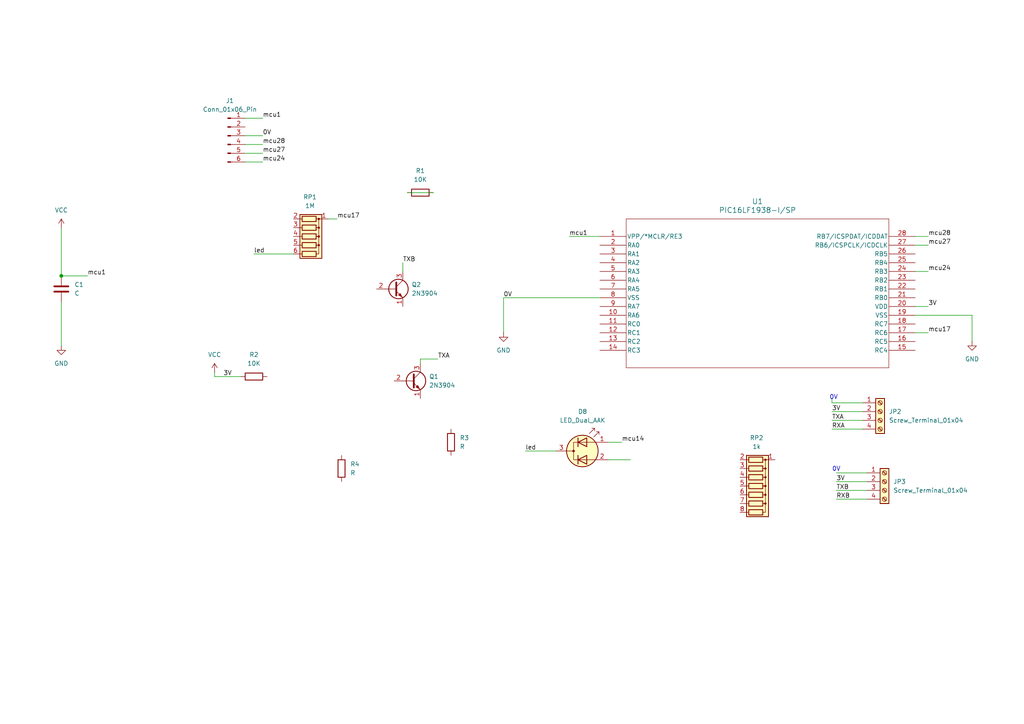
<source format=kicad_sch>
(kicad_sch (version 20250114) (generator "eeschema") (generator_version "9.0")
  (paper "A4")
  (lib_symbols
    (symbol "Connector:Conn_01x06_Pin" (pin_names (offset 1.016) (hide yes))
      (property "Reference" "J" (at 0 7.62 0))
      (property "Value" "Conn_01x06_Pin" (at 0 -10.16 0))
      (symbol "Conn_01x06_Pin_1_1"
        (rectangle (start 0.8636 5.207) (end 0 4.953) (stroke (width 0.1524)) (fill (type outline)))
        (rectangle (start 0.8636 2.667) (end 0 2.413) (stroke (width 0.1524)) (fill (type outline)))
        (rectangle (start 0.8636 0.127) (end 0 -0.127) (stroke (width 0.1524)) (fill (type outline)))
        (rectangle (start 0.8636 -2.413) (end 0 -2.667) (stroke (width 0.1524)) (fill (type outline)))
        (rectangle (start 0.8636 -4.953) (end 0 -5.207) (stroke (width 0.1524)) (fill (type outline)))
        (rectangle (start 0.8636 -7.493) (end 0 -7.747) (stroke (width 0.1524)) (fill (type outline)))
        (polyline (pts (xy 1.27 5.08) (xy 0.8636 5.08)) (stroke (width 0.1524)))
        (polyline (pts (xy 1.27 2.54) (xy 0.8636 2.54)) (stroke (width 0.1524)))
        (polyline (pts (xy 1.27 0) (xy 0.8636 0)) (stroke (width 0.1524)))
        (polyline (pts (xy 1.27 -2.54) (xy 0.8636 -2.54)) (stroke (width 0.1524)))
        (polyline (pts (xy 1.27 -5.08) (xy 0.8636 -5.08)) (stroke (width 0.1524)))
        (polyline (pts (xy 1.27 -7.62) (xy 0.8636 -7.62)) (stroke (width 0.1524)))
        (pin passive line (at 5.08 5.08 180) (length 3.81) (name "Pin_1") (number "1"))
        (pin passive line (at 5.08 2.54 180) (length 3.81) (name "Pin_2") (number "2"))
        (pin passive line (at 5.08 0 180) (length 3.81) (name "Pin_3") (number "3"))
        (pin passive line (at 5.08 -2.54 180) (length 3.81) (name "Pin_4") (number "4"))
        (pin passive line (at 5.08 -5.08 180) (length 3.81) (name "Pin_5") (number "5"))
        (pin passive line (at 5.08 -7.62 180) (length 3.81) (name "Pin_6") (number "6"))
      )
    )
    (symbol "Connector:Screw_Terminal_01x04" (pin_names (offset 1.016) (hide yes))
      (property "Reference" "J" (at 0 5.08 0))
      (property "Value" "Screw_Terminal_01x04" (at 0 -7.62 0))
      (symbol "Screw_Terminal_01x04_1_1"
        (rectangle (start -1.27 3.81) (end 1.27 -6.35) (stroke (width 0.254)) (fill (type background)))
        (polyline (pts (xy -0.5334 2.8702) (xy 0.3302 2.032)) (stroke (width 0.1524)))
        (polyline (pts (xy -0.5334 0.3302) (xy 0.3302 -0.508)) (stroke (width 0.1524)))
        (polyline (pts (xy -0.5334 -2.2098) (xy 0.3302 -3.048)) (stroke (width 0.1524)))
        (polyline (pts (xy -0.5334 -4.7498) (xy 0.3302 -5.588)) (stroke (width 0.1524)))
        (polyline (pts (xy -0.3556 3.048) (xy 0.508 2.2098)) (stroke (width 0.1524)))
        (polyline (pts (xy -0.3556 0.508) (xy 0.508 -0.3302)) (stroke (width 0.1524)))
        (polyline (pts (xy -0.3556 -2.032) (xy 0.508 -2.8702)) (stroke (width 0.1524)))
        (polyline (pts (xy -0.3556 -4.572) (xy 0.508 -5.4102)) (stroke (width 0.1524)))
        (circle (center 0 2.54) (radius 0.635) (stroke (width 0.1524)))
        (circle (center 0 0) (radius 0.635) (stroke (width 0.1524)))
        (circle (center 0 -2.54) (radius 0.635) (stroke (width 0.1524)))
        (circle (center 0 -5.08) (radius 0.635) (stroke (width 0.1524)))
        (pin passive line (at -5.08 2.54 0) (length 3.81) (name "Pin_1") (number "1"))
        (pin passive line (at -5.08 0 0) (length 3.81) (name "Pin_2") (number "2"))
        (pin passive line (at -5.08 -2.54 0) (length 3.81) (name "Pin_3") (number "3"))
        (pin passive line (at -5.08 -5.08 0) (length 3.81) (name "Pin_4") (number "4"))
      )
    )
    (symbol "Device:C" (pin_numbers (hide yes)) (pin_names (offset 0.254))
      (property "Reference" "C" (at 0.635 2.54 0))
      (property "Value" "C" (at 0.635 -2.54 0))
      (symbol "C_0_1"
        (polyline (pts (xy -2.032 0.762) (xy 2.032 0.762)) (stroke (width 0.508)))
        (polyline (pts (xy -2.032 -0.762) (xy 2.032 -0.762)) (stroke (width 0.508)))
      )
      (symbol "C_1_1"
        (pin passive line (at 0 3.81 270) (length 2.794) (name "~") (number "1"))
        (pin passive line (at 0 -3.81 90) (length 2.794) (name "~") (number "2"))
      )
    )
    (symbol "Device:LED_Dual_AAK" (pin_names (offset 0) (hide yes))
      (property "Reference" "D" (at 0 5.715 0))
      (property "Value" "LED_Dual_AAK" (at 0 -6.35 0))
      (symbol "LED_Dual_AAK_0_1"
        (polyline (pts (xy -4.572 0) (xy -2.54 0)))
        (circle (center -2.54 0) (radius 0.2794) (fill (type outline)))
        (polyline (pts (xy -1.27 1.27) (xy -1.27 3.81)) (stroke (width 0.254)))
        (polyline (pts (xy -1.27 -1.27) (xy -1.27 -3.81)) (stroke (width 0.254)))
        (circle (center 0 0) (radius 4.572) (stroke (width 0.254)) (fill (type background)))
        (polyline (pts (xy 1.27 1.27) (xy 1.27 3.81) (xy -1.27 2.54) (xy 1.27 1.27)) (stroke (width 0.254)))
        (polyline (pts (xy 1.27 -3.81) (xy 1.27 -1.27) (xy -1.27 -2.54) (xy 1.27 -3.81)) (stroke (width 0.254)))
        (polyline (pts (xy 2.032 5.08) (xy 3.556 6.604) (xy 2.794 6.604) (xy 3.556 6.604) (xy 3.556 5.842)))
        (polyline (pts (xy 2.032 2.54) (xy -2.54 2.54) (xy -2.54 -2.54) (xy 2.032 -2.54)))
        (polyline (pts (xy 3.302 4.064) (xy 4.826 5.588) (xy 4.064 5.588) (xy 4.826 5.588) (xy 4.826 4.826)))
        (polyline (pts (xy 3.81 2.54) (xy 1.905 2.54)))
        (polyline (pts (xy 3.81 -2.54) (xy 1.905 -2.54)))
      )
      (symbol "LED_Dual_AAK_1_1"
        (pin input line (at -7.62 0 0) (length 3.048) (name "K") (number "3"))
        (pin input line (at 7.62 2.54 180) (length 3.81) (name "A1") (number "1"))
        (pin input line (at 7.62 -2.54 180) (length 3.81) (name "A2") (number "2"))
      )
    )
    (symbol "Device:R" (pin_numbers (hide yes)) (pin_names (offset 0))
      (property "Reference" "R" (at 2.032 0 90))
      (property "Value" "R" (at 0 0 90))
      (symbol "R_0_1"
        (rectangle (start -1.016 -2.54) (end 1.016 2.54) (stroke (width 0.254)))
      )
      (symbol "R_1_1"
        (pin passive line (at 0 3.81 270) (length 1.27) (name "~") (number "1"))
        (pin passive line (at 0 -3.81 90) (length 1.27) (name "~") (number "2"))
      )
    )
    (symbol "Device:R_Network05" (pin_names (offset 0) (hide yes))
      (property "Reference" "RN" (at -7.62 0 90))
      (property "Value" "R_Network05" (at 7.62 0 90))
      (symbol "R_Network05_0_1"
        (rectangle (start -6.35 -3.175) (end 6.35 3.175) (stroke (width 0.254)) (fill (type background)))
        (rectangle (start -5.842 1.524) (end -4.318 -2.54) (stroke (width 0.254)))
        (circle (center -5.08 2.286) (radius 0.254) (fill (type outline)))
        (polyline (pts (xy -5.08 1.524) (xy -5.08 2.286) (xy -2.54 2.286) (xy -2.54 1.524)))
        (polyline (pts (xy -5.08 -2.54) (xy -5.08 -3.81)))
        (rectangle (start -3.302 1.524) (end -1.778 -2.54) (stroke (width 0.254)))
        (circle (center -2.54 2.286) (radius 0.254) (fill (type outline)))
        (polyline (pts (xy -2.54 1.524) (xy -2.54 2.286) (xy 0 2.286) (xy 0 1.524)))
        (polyline (pts (xy -2.54 -2.54) (xy -2.54 -3.81)))
        (rectangle (start -0.762 1.524) (end 0.762 -2.54) (stroke (width 0.254)))
        (circle (center 0 2.286) (radius 0.254) (fill (type outline)))
        (polyline (pts (xy 0 1.524) (xy 0 2.286) (xy 2.54 2.286) (xy 2.54 1.524)))
        (polyline (pts (xy 0 -2.54) (xy 0 -3.81)))
        (rectangle (start 1.778 1.524) (end 3.302 -2.54) (stroke (width 0.254)))
        (circle (center 2.54 2.286) (radius 0.254) (fill (type outline)))
        (polyline (pts (xy 2.54 1.524) (xy 2.54 2.286) (xy 5.08 2.286) (xy 5.08 1.524)))
        (polyline (pts (xy 2.54 -2.54) (xy 2.54 -3.81)))
        (rectangle (start 4.318 1.524) (end 5.842 -2.54) (stroke (width 0.254)))
        (polyline (pts (xy 5.08 -2.54) (xy 5.08 -3.81)))
      )
      (symbol "R_Network05_1_1"
        (pin passive line (at -5.08 5.08 270) (length 2.54) (name "common") (number "1"))
        (pin passive line (at -5.08 -5.08 90) (length 1.27) (name "R1") (number "2"))
        (pin passive line (at -2.54 -5.08 90) (length 1.27) (name "R2") (number "3"))
        (pin passive line (at 0 -5.08 90) (length 1.27) (name "R3") (number "4"))
        (pin passive line (at 2.54 -5.08 90) (length 1.27) (name "R4") (number "5"))
        (pin passive line (at 5.08 -5.08 90) (length 1.27) (name "R5") (number "6"))
      )
    )
    (symbol "Device:R_Network07" (pin_names (offset 0) (hide yes))
      (property "Reference" "RN" (at -10.16 0 90))
      (property "Value" "R_Network07" (at 10.16 0 90))
      (symbol "R_Network07_0_1"
        (rectangle (start -8.89 -3.175) (end 8.89 3.175) (stroke (width 0.254)) (fill (type background)))
        (rectangle (start -8.382 1.524) (end -6.858 -2.54) (stroke (width 0.254)))
        (circle (center -7.62 2.286) (radius 0.254) (fill (type outline)))
        (polyline (pts (xy -7.62 1.524) (xy -7.62 2.286) (xy -5.08 2.286) (xy -5.08 1.524)))
        (polyline (pts (xy -7.62 -2.54) (xy -7.62 -3.81)))
        (rectangle (start -5.842 1.524) (end -4.318 -2.54) (stroke (width 0.254)))
        (circle (center -5.08 2.286) (radius 0.254) (fill (type outline)))
        (polyline (pts (xy -5.08 1.524) (xy -5.08 2.286) (xy -2.54 2.286) (xy -2.54 1.524)))
        (polyline (pts (xy -5.08 -2.54) (xy -5.08 -3.81)))
        (rectangle (start -3.302 1.524) (end -1.778 -2.54) (stroke (width 0.254)))
        (circle (center -2.54 2.286) (radius 0.254) (fill (type outline)))
        (polyline (pts (xy -2.54 1.524) (xy -2.54 2.286) (xy 0 2.286) (xy 0 1.524)))
        (polyline (pts (xy -2.54 -2.54) (xy -2.54 -3.81)))
        (rectangle (start -0.762 1.524) (end 0.762 -2.54) (stroke (width 0.254)))
        (circle (center 0 2.286) (radius 0.254) (fill (type outline)))
        (polyline (pts (xy 0 1.524) (xy 0 2.286) (xy 2.54 2.286) (xy 2.54 1.524)))
        (polyline (pts (xy 0 -2.54) (xy 0 -3.81)))
        (rectangle (start 1.778 1.524) (end 3.302 -2.54) (stroke (width 0.254)))
        (circle (center 2.54 2.286) (radius 0.254) (fill (type outline)))
        (polyline (pts (xy 2.54 1.524) (xy 2.54 2.286) (xy 5.08 2.286) (xy 5.08 1.524)))
        (polyline (pts (xy 2.54 -2.54) (xy 2.54 -3.81)))
        (rectangle (start 4.318 1.524) (end 5.842 -2.54) (stroke (width 0.254)))
        (circle (center 5.08 2.286) (radius 0.254) (fill (type outline)))
        (polyline (pts (xy 5.08 1.524) (xy 5.08 2.286) (xy 7.62 2.286) (xy 7.62 1.524)))
        (polyline (pts (xy 5.08 -2.54) (xy 5.08 -3.81)))
        (rectangle (start 6.858 1.524) (end 8.382 -2.54) (stroke (width 0.254)))
        (polyline (pts (xy 7.62 -2.54) (xy 7.62 -3.81)))
      )
      (symbol "R_Network07_1_1"
        (pin passive line (at -7.62 5.08 270) (length 2.54) (name "common") (number "1"))
        (pin passive line (at -7.62 -5.08 90) (length 1.27) (name "R1") (number "2"))
        (pin passive line (at -5.08 -5.08 90) (length 1.27) (name "R2") (number "3"))
        (pin passive line (at -2.54 -5.08 90) (length 1.27) (name "R3") (number "4"))
        (pin passive line (at 0 -5.08 90) (length 1.27) (name "R4") (number "5"))
        (pin passive line (at 2.54 -5.08 90) (length 1.27) (name "R5") (number "6"))
        (pin passive line (at 5.08 -5.08 90) (length 1.27) (name "R6") (number "7"))
        (pin passive line (at 7.62 -5.08 90) (length 1.27) (name "R7") (number "8"))
      )
    )
    (symbol "PIC16LF1933:PIC16LF1938-I_SP" (pin_names (offset 0.254))
      (property "Reference" "U" (at 45.72 10.16 0))
      (property "Value" "PIC16LF1938-I/SP" (at 45.72 7.62 0))
      (symbol "PIC16LF1938-I_SP_0_1"
        (polyline (pts (xy 7.62 5.08) (xy 7.62 -38.1)) (stroke (width 0.127)))
        (polyline (pts (xy 7.62 -38.1) (xy 83.82 -38.1)) (stroke (width 0.127)))
        (polyline (pts (xy 83.82 5.08) (xy 7.62 5.08)) (stroke (width 0.127)))
        (polyline (pts (xy 83.82 -38.1) (xy 83.82 5.08)) (stroke (width 0.127)))
        (pin bidirectional line (at 0 0 0) (length 7.62) (name "VPP/*MCLR/RE3") (number "1"))
        (pin bidirectional line (at 0 -2.54 0) (length 7.62) (name "RA0") (number "2"))
        (pin bidirectional line (at 0 -5.08 0) (length 7.62) (name "RA1") (number "3"))
        (pin bidirectional line (at 0 -7.62 0) (length 7.62) (name "RA2") (number "4"))
        (pin bidirectional line (at 0 -10.16 0) (length 7.62) (name "RA3") (number "5"))
        (pin bidirectional line (at 0 -12.7 0) (length 7.62) (name "RA4") (number "6"))
        (pin bidirectional line (at 0 -15.24 0) (length 7.62) (name "RA5") (number "7"))
        (pin power_in line (at 0 -17.78 0) (length 7.62) (name "VSS") (number "8"))
        (pin bidirectional line (at 0 -20.32 0) (length 7.62) (name "RA7") (number "9"))
        (pin bidirectional line (at 0 -22.86 0) (length 7.62) (name "RA6") (number "10"))
        (pin bidirectional line (at 0 -25.4 0) (length 7.62) (name "RC0") (number "11"))
        (pin bidirectional line (at 0 -27.94 0) (length 7.62) (name "RC1") (number "12"))
        (pin bidirectional line (at 0 -30.48 0) (length 7.62) (name "RC2") (number "13"))
        (pin bidirectional line (at 0 -33.02 0) (length 7.62) (name "RC3") (number "14"))
        (pin bidirectional line (at 91.44 0 180) (length 7.62) (name "RB7/ICSPDAT/ICDDAT") (number "28"))
        (pin bidirectional line (at 91.44 -2.54 180) (length 7.62) (name "RB6/ICSPCLK/ICDCLK") (number "27"))
        (pin bidirectional line (at 91.44 -5.08 180) (length 7.62) (name "RB5") (number "26"))
        (pin bidirectional line (at 91.44 -7.62 180) (length 7.62) (name "RB4") (number "25"))
        (pin bidirectional line (at 91.44 -10.16 180) (length 7.62) (name "RB3") (number "24"))
        (pin bidirectional line (at 91.44 -12.7 180) (length 7.62) (name "RB2") (number "23"))
        (pin bidirectional line (at 91.44 -15.24 180) (length 7.62) (name "RB1") (number "22"))
        (pin bidirectional line (at 91.44 -17.78 180) (length 7.62) (name "RB0") (number "21"))
        (pin power_in line (at 91.44 -20.32 180) (length 7.62) (name "VDD") (number "20"))
        (pin power_in line (at 91.44 -22.86 180) (length 7.62) (name "VSS") (number "19"))
        (pin bidirectional line (at 91.44 -25.4 180) (length 7.62) (name "RC7") (number "18"))
        (pin bidirectional line (at 91.44 -27.94 180) (length 7.62) (name "RC6") (number "17"))
        (pin bidirectional line (at 91.44 -30.48 180) (length 7.62) (name "RC5") (number "16"))
        (pin bidirectional line (at 91.44 -33.02 180) (length 7.62) (name "RC4") (number "15"))
      )
    )
    (symbol "Transistor_BJT:2N3904" (pin_names (offset 0) (hide yes))
      (property "Reference" "Q" (at 5.08 1.905 0))
      (property "Value" "2N3904" (at 5.08 0 0))
      (symbol "2N3904_0_1"
        (polyline (pts (xy -2.54 0) (xy 0.635 0)))
        (polyline (pts (xy 0.635 1.905) (xy 0.635 -1.905)) (stroke (width 0.508)))
        (circle (center 1.27 0) (radius 2.8194) (stroke (width 0.254)))
      )
      (symbol "2N3904_1_1"
        (polyline (pts (xy 0.635 0.635) (xy 2.54 2.54)))
        (polyline (pts (xy 0.635 -0.635) (xy 2.54 -2.54)))
        (polyline (pts (xy 1.27 -1.778) (xy 1.778 -1.27) (xy 2.286 -2.286) (xy 1.27 -1.778)) (fill (type outline)))
        (pin input line (at -5.08 0 0) (length 2.54) (name "B") (number "2"))
        (pin passive line (at 2.54 5.08 270) (length 2.54) (name "C") (number "3"))
        (pin passive line (at 2.54 -5.08 90) (length 2.54) (name "E") (number "1"))
      )
    )
    (symbol "power:GND" (power) (pin_numbers (hide yes)) (pin_names (offset 0) (hide yes))
      (property "Value" "GND" (at 0 -3.81 0))
      (symbol "GND_0_1"
        (polyline (pts (xy 0 0) (xy 0 -1.27) (xy 1.27 -1.27) (xy 0 -2.54) (xy -1.27 -1.27) (xy 0 -1.27)))
      )
      (symbol "GND_1_1"
        (pin power_in line (at 0 0 270) (length 0) (name "~") (number "1"))
      )
    )
    (symbol "power:VCC" (power) (pin_numbers (hide yes)) (pin_names (offset 0) (hide yes))
      (property "Value" "VCC" (at 0 3.556 0))
      (symbol "VCC_0_1"
        (polyline (pts (xy -0.762 1.27) (xy 0 2.54)))
        (polyline (pts (xy 0 2.54) (xy 0.762 1.27)))
        (polyline (pts (xy 0 0) (xy 0 2.54)))
      )
      (symbol "VCC_1_1"
        (pin power_in line (at 0 0 90) (length 0) (name "~") (number "1"))
      )
    )
  )
  (text "0V" (at 242.57 136.144 0) (effects (font (size 1.27 1.27))))
  (text "0V" (at 241.808 115.316 0) (effects (font (size 1.27 1.27))))
  (junction (at 17.78 80.01))
  (wire (pts (xy 176.53 133.35) (xy 182.88 133.35)))
  (wire (pts (xy 17.78 80.01) (xy 25.4 80.01)))
  (wire (pts (xy 265.43 68.58) (xy 269.24 68.58)))
  (wire (pts (xy 71.12 41.91) (xy 76.2 41.91)))
  (wire (pts (xy 241.3 115.57) (xy 241.3 116.84)))
  (wire (pts (xy 71.12 46.99) (xy 76.2 46.99)))
  (wire (pts (xy 242.57 139.7) (xy 251.46 139.7)))
  (wire (pts (xy 281.94 99.06) (xy 281.94 91.44)))
  (wire (pts (xy 265.43 71.12) (xy 269.24 71.12)))
  (wire (pts (xy 71.12 34.29) (xy 76.2 34.29)))
  (wire (pts (xy 241.3 121.92) (xy 250.19 121.92)))
  (wire (pts (xy 241.3 116.84) (xy 250.19 116.84)))
  (wire (pts (xy 241.3 119.38) (xy 250.19 119.38)))
  (wire (pts (xy 242.57 137.16) (xy 251.46 137.16)))
  (wire (pts (xy 121.92 104.14) (xy 121.92 105.41)))
  (wire (pts (xy 69.85 109.22) (xy 62.23 109.22)))
  (wire (pts (xy 242.57 142.24) (xy 251.46 142.24)))
  (wire (pts (xy 73.66 73.66) (xy 85.09 73.66)))
  (wire (pts (xy 265.43 78.74) (xy 269.24 78.74)))
  (wire (pts (xy 17.78 87.63) (xy 17.78 100.33)))
  (wire (pts (xy 17.78 66.04) (xy 17.78 80.01)))
  (wire (pts (xy 71.12 39.37) (xy 76.2 39.37)))
  (wire (pts (xy 281.94 91.44) (xy 265.43 91.44)))
  (wire (pts (xy 71.12 44.45) (xy 76.2 44.45)))
  (wire (pts (xy 116.84 76.2) (xy 116.84 78.74)))
  (wire (pts (xy 146.05 86.36) (xy 173.99 86.36)))
  (wire (pts (xy 165.1 68.58) (xy 173.99 68.58)))
  (wire (pts (xy 127 104.14) (xy 121.92 104.14)))
  (wire (pts (xy 265.43 96.52) (xy 269.24 96.52)))
  (wire (pts (xy 242.57 144.78) (xy 251.46 144.78)))
  (wire (pts (xy 265.43 88.9) (xy 269.24 88.9)))
  (wire (pts (xy 176.53 128.27) (xy 180.34 128.27)))
  (wire (pts (xy 146.05 96.52) (xy 146.05 86.36)))
  (wire (pts (xy 118.11 55.88) (xy 125.73 55.88)))
  (wire (pts (xy 152.4 130.81) (xy 161.29 130.81)))
  (wire (pts (xy 241.3 124.46) (xy 250.19 124.46)))
  (wire (pts (xy 95.25 63.5) (xy 97.79 63.5)))
  (wire (pts (xy 62.23 109.22) (xy 62.23 107.95)))
  (label "TXA" (at 241.3 121.92 0))
  (label "mcu24" (at 76.2 46.99 0))
  (label "TXB" (at 116.84 76.2 0))
  (label "mcu27" (at 76.2 44.45 0))
  (label "mcu27" (at 269.24 71.12 0))
  (label "mcu14" (at 180.34 128.27 0))
  (label "0V" (at 76.2 39.37 0))
  (label "mcu17" (at 97.79 63.5 0))
  (label "mcu1" (at 25.4 80.01 0))
  (label "mcu28" (at 76.2 41.91 0))
  (label "3V" (at 241.3 119.38 0))
  (label "mcu24" (at 269.24 78.74 0))
  (label "TXB" (at 242.57 142.24 0))
  (label "TXA" (at 127 104.14 0))
  (label "mcu1" (at 165.1 68.58 0))
  (label "mcu1" (at 76.2 34.29 0))
  (label "RXA" (at 241.3 124.46 0))
  (label "led" (at 152.4 130.81 0))
  (label "3V" (at 269.24 88.9 0))
  (label "3V" (at 242.57 139.7 0))
  (label "RXB" (at 242.57 144.78 0))
  (label "led" (at 73.66 73.66 0))
  (label "mcu28" (at 269.24 68.58 0))
  (label "3V" (at 64.77 109.22 0))
  (label "0V" (at 146.05 86.36 0))
  (label "mcu17" (at 269.24 96.52 0))
  (symbol (lib_id "power:VCC") (at 62.23 107.95 0) (unit 1)
    (property "Reference" "#PWR03" (effects (hide yes)))
    (property "Value" "VCC" (at 62.23 102.87 0))
    (property "Description" "Power symbol creates a global label with name \"VCC\"" (effects (hide yes)))
  )
  (symbol (lib_id "Device:LED_Dual_AAK") (at 168.91 130.81 0) (unit 1)
    (property "Reference" "D8" (at 168.9735 119.38 0))
    (property "Value" "LED_Dual_AAK" (at 168.9735 121.92 0))
    (property "Description" "Dual LED, common cathode on pin 3" (effects (hide yes)))
  )
  (symbol (lib_id "Transistor_BJT:2N3904") (at 119.38 110.49 0) (unit 1)
    (property "Reference" "Q1" (at 124.46 109.2199 0) (effects (justify left)))
    (property "Value" "2N3904" (at 124.46 111.7599 0) (effects (justify left)))
    (property "Footprint" "Package_TO_SOT_THT:TO-92_Inline" (effects (hide yes)))
    (property "Datasheet" "https://www.onsemi.com/pub/Collateral/2N3903-D.PDF" (effects (hide yes)))
    (property "Description" "0.2A Ic, 40V Vce, Small Signal NPN Transistor, TO-92" (effects (hide yes)))
    (property "Sim.Device" "NPN" (effects (hide yes)))
    (property "Sim.Pins" "1=E 2=B 3=C" (effects (hide yes)))
  )
  (symbol (lib_id "power:GND") (at 17.78 100.33 0) (unit 1)
    (property "Reference" "#PWR01" (effects (hide yes)))
    (property "Value" "GND" (at 17.78 105.41 0))
    (property "Description" "Power symbol creates a global label with name \"GND\" , ground" (effects (hide yes)))
  )
  (symbol (lib_id "power:GND") (at 281.94 99.06 0) (unit 1)
    (property "Reference" "#PWR05" (effects (hide yes)))
    (property "Value" "GND" (at 281.94 104.14 0))
    (property "Description" "Power symbol creates a global label with name \"GND\" , ground" (effects (hide yes)))
  )
  (symbol (lib_id "power:GND") (at 146.05 96.52 0) (unit 1)
    (property "Reference" "#PWR04" (effects (hide yes)))
    (property "Value" "GND" (at 146.05 101.6 0))
    (property "Description" "Power symbol creates a global label with name \"GND\" , ground" (effects (hide yes)))
  )
  (symbol (lib_id "Device:R") (at 121.92 55.88 90) (unit 1)
    (property "Reference" "R1" (at 121.92 49.53 90))
    (property "Value" "10K" (at 121.92 52.07 90))
    (property "Description" "Resistor" (effects (hide yes)))
  )
  (symbol (lib_id "Device:C") (at 17.78 83.82 0) (unit 1)
    (property "Reference" "C1" (at 21.59 82.5499 0) (effects (justify left)))
    (property "Value" "C" (at 21.59 85.0899 0) (effects (justify left)))
    (property "Description" "Unpolarized capacitor" (effects (hide yes)))
  )
  (symbol (lib_id "Device:R_Network07") (at 219.71 140.97 270) (unit 1)
    (property "Reference" "RP2" (at 219.456 127 90))
    (property "Value" "1k" (at 219.456 129.54 90))
    (property "Footprint" "Resistor_THT:R_Array_SIP8" (effects (hide yes)))
    (property "Datasheet" "http://www.vishay.com/docs/31509/csc.pdf" (effects (hide yes)))
    (property "Description" "7 resistor network, star topology, bussed resistors, small symbol" (effects (hide yes)))
  )
  (symbol (lib_id "Device:R") (at 99.06 135.89 0) (unit 1)
    (property "Reference" "R4" (at 101.6 134.6199 0) (effects (justify left)))
    (property "Value" "R" (at 101.6 137.1599 0) (effects (justify left)))
    (property "Description" "Resistor" (effects (hide yes)))
  )
  (symbol (lib_id "Connector:Conn_01x06_Pin") (at 66.04 39.37 0) (unit 1)
    (property "Reference" "J1" (at 66.675 29.21 0))
    (property "Value" "Conn_01x06_Pin" (at 66.675 31.75 0))
    (property "Description" "Generic connector, single row, 01x06, script generated" (effects (hide yes)))
  )
  (symbol (lib_id "Device:R") (at 73.66 109.22 90) (unit 1)
    (property "Reference" "R2" (at 73.66 102.87 90))
    (property "Value" "10K" (at 73.66 105.41 90))
    (property "Description" "Resistor" (effects (hide yes)))
  )
  (symbol (lib_id "Connector:Screw_Terminal_01x04") (at 256.54 139.7 0) (unit 1)
    (property "Reference" "JP3" (at 259.08 139.6999 0) (effects (justify left)))
    (property "Value" "Screw_Terminal_01x04" (at 259.08 142.2399 0) (effects (justify left)))
    (property "Description" "Generic screw terminal, single row, 01x04, script generated (kicad-library-utils/schlib/autogen/connector/)" (effects (hide yes)))
  )
  (symbol (lib_id "Device:R_Network05") (at 90.17 68.58 270) (unit 1)
    (property "Reference" "RP1" (at 89.916 57.15 90))
    (property "Value" "1M" (at 89.916 59.69 90))
    (property "Footprint" "Resistor_THT:R_Array_SIP6" (effects (hide yes)))
    (property "Datasheet" "http://www.vishay.com/docs/31509/csc.pdf" (effects (hide yes)))
    (property "Description" "5 resistor network, star topology, bussed resistors, small symbol" (effects (hide yes)))
  )
  (symbol (lib_id "Transistor_BJT:2N3904") (at 114.3 83.82 0) (unit 1)
    (property "Reference" "Q2" (at 119.38 82.5499 0) (effects (justify left)))
    (property "Value" "2N3904" (at 119.38 85.0899 0) (effects (justify left)))
    (property "Footprint" "Package_TO_SOT_THT:TO-92_Inline" (effects (hide yes)))
    (property "Datasheet" "https://www.onsemi.com/pub/Collateral/2N3903-D.PDF" (effects (hide yes)))
    (property "Description" "0.2A Ic, 40V Vce, Small Signal NPN Transistor, TO-92" (effects (hide yes)))
    (property "Sim.Device" "NPN" (effects (hide yes)))
    (property "Sim.Pins" "1=E 2=B 3=C" (effects (hide yes)))
  )
  (symbol (lib_id "PIC16LF1933:PIC16LF1938-I_SP") (at 173.99 68.58 0) (unit 1)
    (property "Reference" "U1" (at 219.71 58.42 0) (effects (font (size 1.524 1.524))))
    (property "Value" "PIC16LF1938-I/SP" (at 219.71 60.96 0) (effects (font (size 1.524 1.524))))
    (property "Footprint" "SPDIP28_300MC_MCH" (effects (hide yes)))
    (property "Datasheet" "PIC16LF1938-I/SP" (effects (hide yes)))
  )
  (symbol (lib_id "power:VCC") (at 17.78 66.04 0) (unit 1)
    (property "Reference" "#PWR02" (effects (hide yes)))
    (property "Value" "VCC" (at 17.78 60.96 0))
    (property "Description" "Power symbol creates a global label with name \"VCC\"" (effects (hide yes)))
  )
  (symbol (lib_id "Connector:Screw_Terminal_01x04") (at 255.27 119.38 0) (unit 1)
    (property "Reference" "JP2" (at 257.81 119.3799 0) (effects (justify left)))
    (property "Value" "Screw_Terminal_01x04" (at 257.81 121.9199 0) (effects (justify left)))
    (property "Description" "Generic screw terminal, single row, 01x04, script generated (kicad-library-utils/schlib/autogen/connector/)" (effects (hide yes)))
  )
  (symbol (lib_id "Device:R") (at 130.81 128.27 0) (unit 1)
    (property "Reference" "R3" (at 133.35 126.9999 0) (effects (justify left)))
    (property "Value" "R" (at 133.35 129.5399 0) (effects (justify left)))
    (property "Description" "Resistor" (effects (hide yes)))
  )
)
</source>
